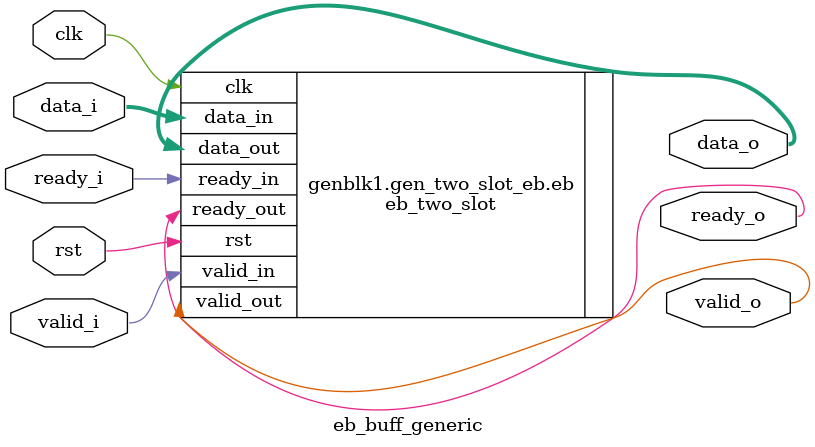
<source format=sv>
/**
 * @info fifo_duth
 *
 * @author VLSI Lab, EE dept., Democritus University of Thrace
 *
 * @brief
 *
 * @param 
 * @param 
 */

// Set BUFF_TYPE as follows:
//  0: One-slot Half-Bandwidth EB (50% throughput)
//  1: One-slot Full-Bandwidth EB (100% throughput - comb backpressure paths)
//  2: Two-slot Full-Bandwidth EB (100% throughput)
//  3: FIFO (use param DEPTH to set the depth)
module eb_buff_generic
#(
    parameter int   DW          = 32,
    parameter int   BUFF_TYPE   = 2,
    parameter int   DEPTH       = 4
)
(
    input  logic            clk,
    input  logic            rst,
    // input channel
    input  logic[DW-1:0]    data_i,
    input  logic            valid_i,
    output logic            ready_o,
    // output channel
    output logic[DW-1:0]    data_o,
    output logic            valid_o,
    input  logic            ready_i
);

generate
    if ( (BUFF_TYPE == 0) | (BUFF_TYPE == 1) ) begin: gen_one_slot_eb
        eb_one_slot #(
            .FULL_THROUGHPUT(BUFF_TYPE == 1),
            .DATA_WIDTH     (DW            ),
            .GATING_FRIENDLY(1'b1          )
        ) eb (
            .clk      (clk    ),
            .rst      (rst    ),
            
            .valid_in (valid_i),
            .ready_out(ready_o),
            .data_in  (data_i ),
            
            .valid_out(valid_o),
            .ready_in (ready_i),
            .data_out (data_o )
        );

    end else if (BUFF_TYPE == 2) begin: gen_two_slot_eb
        eb_two_slot #(
            .DATA_WIDTH     (DW  ),
            .GATING_FRIENDLY(1'b1)
        ) eb (
            .clk      (clk    ),
            .rst      (rst    ),
            
            .valid_in (valid_i),
            .ready_out(ready_o),
            .data_in  (data_i ),
            
            .valid_out(valid_o),
            .ready_in (ready_i),
            .data_out (data_o )
        );
    end else begin: gen_fifo
        // FIFO has a different interface that is NOT flow-controlled
        logic fifo_push;
        logic fifo_pop;

        assign fifo_push    = valid_i & ready_o;
        assign fifo_pop     = valid_o & ready_i;

        fifo_duth #(
            .DW   (DW   ),
            .DEPTH(DEPTH)
        ) fifo (
            .clk      (clk      ),
            .rst      (rst      ),
            
            .push_data(data_i   ),
            .push     (fifo_push),
            .ready    (ready_o  ),
            
            .pop_data (data_o   ),
            .valid    (valid_o  ),
            .pop      (fifo_pop )
        );
    end
endgenerate

endmodule

</source>
